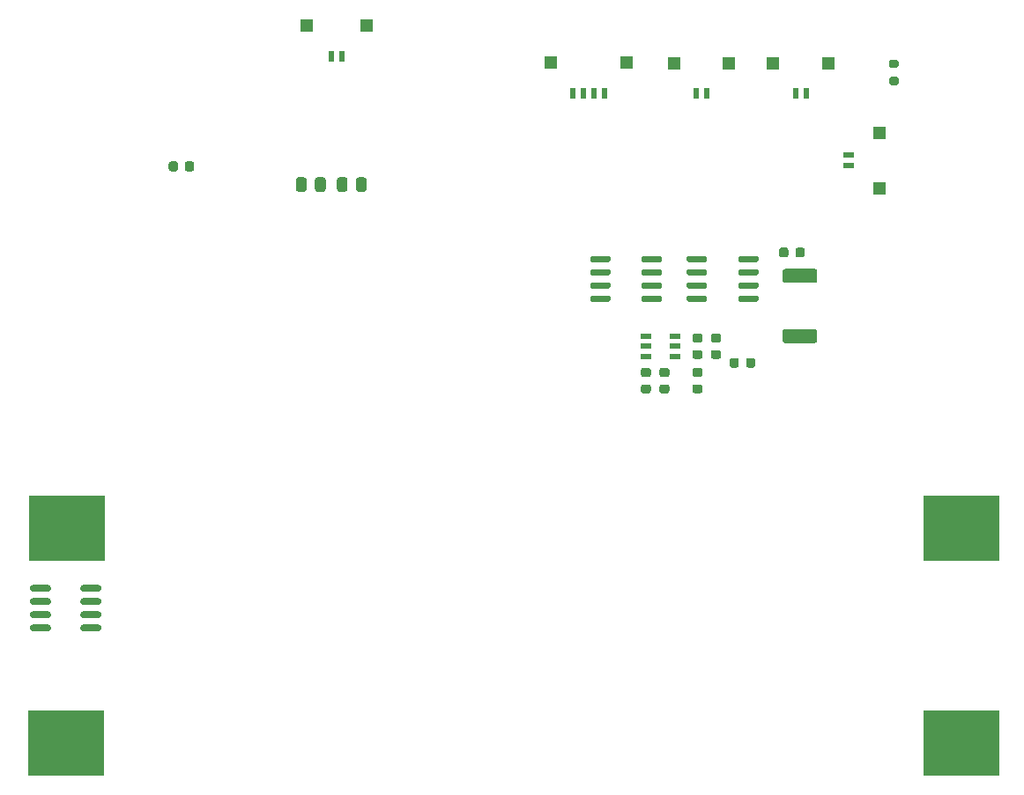
<source format=gtp>
%TF.GenerationSoftware,KiCad,Pcbnew,(5.1.9)-1*%
%TF.CreationDate,2022-01-06T16:33:17-10:00*%
%TF.ProjectId,batteryboard,62617474-6572-4796-926f-6172642e6b69,rev?*%
%TF.SameCoordinates,Original*%
%TF.FileFunction,Paste,Top*%
%TF.FilePolarity,Positive*%
%FSLAX46Y46*%
G04 Gerber Fmt 4.6, Leading zero omitted, Abs format (unit mm)*
G04 Created by KiCad (PCBNEW (5.1.9)-1) date 2022-01-06 16:33:17*
%MOMM*%
%LPD*%
G01*
G04 APERTURE LIST*
%ADD10R,7.340000X6.350000*%
%ADD11R,1.000000X0.600000*%
%ADD12R,1.260000X1.300000*%
%ADD13R,0.550000X1.000000*%
%ADD14R,1.300000X1.260000*%
%ADD15R,1.000000X0.550000*%
G04 APERTURE END LIST*
G36*
G01*
X83022500Y-75686499D02*
X83022500Y-76586501D01*
G75*
G02*
X82772501Y-76836500I-249999J0D01*
G01*
X82247499Y-76836500D01*
G75*
G02*
X81997500Y-76586501I0J249999D01*
G01*
X81997500Y-75686499D01*
G75*
G02*
X82247499Y-75436500I249999J0D01*
G01*
X82772501Y-75436500D01*
G75*
G02*
X83022500Y-75686499I0J-249999D01*
G01*
G37*
G36*
G01*
X81197500Y-75686499D02*
X81197500Y-76586501D01*
G75*
G02*
X80947501Y-76836500I-249999J0D01*
G01*
X80422499Y-76836500D01*
G75*
G02*
X80172500Y-76586501I0J249999D01*
G01*
X80172500Y-75686499D01*
G75*
G02*
X80422499Y-75436500I249999J0D01*
G01*
X80947501Y-75436500D01*
G75*
G02*
X81197500Y-75686499I0J-249999D01*
G01*
G37*
G36*
G01*
X86959500Y-75686499D02*
X86959500Y-76586501D01*
G75*
G02*
X86709501Y-76836500I-249999J0D01*
G01*
X86184499Y-76836500D01*
G75*
G02*
X85934500Y-76586501I0J249999D01*
G01*
X85934500Y-75686499D01*
G75*
G02*
X86184499Y-75436500I249999J0D01*
G01*
X86709501Y-75436500D01*
G75*
G02*
X86959500Y-75686499I0J-249999D01*
G01*
G37*
G36*
G01*
X85134500Y-75686499D02*
X85134500Y-76586501D01*
G75*
G02*
X84884501Y-76836500I-249999J0D01*
G01*
X84359499Y-76836500D01*
G75*
G02*
X84109500Y-76586501I0J249999D01*
G01*
X84109500Y-75686499D01*
G75*
G02*
X84359499Y-75436500I249999J0D01*
G01*
X84884501Y-75436500D01*
G75*
G02*
X85134500Y-75686499I0J-249999D01*
G01*
G37*
D10*
X144142800Y-109194600D03*
X58142800Y-109194600D03*
X58117400Y-129844800D03*
X144117400Y-129844800D03*
G36*
G01*
X127475500Y-82420750D02*
X127475500Y-82933250D01*
G75*
G02*
X127256750Y-83152000I-218750J0D01*
G01*
X126819250Y-83152000D01*
G75*
G02*
X126600500Y-82933250I0J218750D01*
G01*
X126600500Y-82420750D01*
G75*
G02*
X126819250Y-82202000I218750J0D01*
G01*
X127256750Y-82202000D01*
G75*
G02*
X127475500Y-82420750I0J-218750D01*
G01*
G37*
G36*
G01*
X129050500Y-82420750D02*
X129050500Y-82933250D01*
G75*
G02*
X128831750Y-83152000I-218750J0D01*
G01*
X128394250Y-83152000D01*
G75*
G02*
X128175500Y-82933250I0J218750D01*
G01*
X128175500Y-82420750D01*
G75*
G02*
X128394250Y-82202000I218750J0D01*
G01*
X128831750Y-82202000D01*
G75*
G02*
X129050500Y-82420750I0J-218750D01*
G01*
G37*
G36*
G01*
X113535750Y-95346000D02*
X114048250Y-95346000D01*
G75*
G02*
X114267000Y-95564750I0J-218750D01*
G01*
X114267000Y-96002250D01*
G75*
G02*
X114048250Y-96221000I-218750J0D01*
G01*
X113535750Y-96221000D01*
G75*
G02*
X113317000Y-96002250I0J218750D01*
G01*
X113317000Y-95564750D01*
G75*
G02*
X113535750Y-95346000I218750J0D01*
G01*
G37*
G36*
G01*
X113535750Y-93771000D02*
X114048250Y-93771000D01*
G75*
G02*
X114267000Y-93989750I0J-218750D01*
G01*
X114267000Y-94427250D01*
G75*
G02*
X114048250Y-94646000I-218750J0D01*
G01*
X113535750Y-94646000D01*
G75*
G02*
X113317000Y-94427250I0J218750D01*
G01*
X113317000Y-93989750D01*
G75*
G02*
X113535750Y-93771000I218750J0D01*
G01*
G37*
G36*
G01*
X119001250Y-94646000D02*
X118488750Y-94646000D01*
G75*
G02*
X118270000Y-94427250I0J218750D01*
G01*
X118270000Y-93989750D01*
G75*
G02*
X118488750Y-93771000I218750J0D01*
G01*
X119001250Y-93771000D01*
G75*
G02*
X119220000Y-93989750I0J-218750D01*
G01*
X119220000Y-94427250D01*
G75*
G02*
X119001250Y-94646000I-218750J0D01*
G01*
G37*
G36*
G01*
X119001250Y-96221000D02*
X118488750Y-96221000D01*
G75*
G02*
X118270000Y-96002250I0J218750D01*
G01*
X118270000Y-95564750D01*
G75*
G02*
X118488750Y-95346000I218750J0D01*
G01*
X119001250Y-95346000D01*
G75*
G02*
X119220000Y-95564750I0J-218750D01*
G01*
X119220000Y-96002250D01*
G75*
G02*
X119001250Y-96221000I-218750J0D01*
G01*
G37*
G36*
G01*
X122713000Y-93025250D02*
X122713000Y-93537750D01*
G75*
G02*
X122494250Y-93756500I-218750J0D01*
G01*
X122056750Y-93756500D01*
G75*
G02*
X121838000Y-93537750I0J218750D01*
G01*
X121838000Y-93025250D01*
G75*
G02*
X122056750Y-92806500I218750J0D01*
G01*
X122494250Y-92806500D01*
G75*
G02*
X122713000Y-93025250I0J-218750D01*
G01*
G37*
G36*
G01*
X124288000Y-93025250D02*
X124288000Y-93537750D01*
G75*
G02*
X124069250Y-93756500I-218750J0D01*
G01*
X123631750Y-93756500D01*
G75*
G02*
X123413000Y-93537750I0J218750D01*
G01*
X123413000Y-93025250D01*
G75*
G02*
X123631750Y-92806500I218750J0D01*
G01*
X124069250Y-92806500D01*
G75*
G02*
X124288000Y-93025250I0J-218750D01*
G01*
G37*
G36*
G01*
X130012501Y-85595500D02*
X127162499Y-85595500D01*
G75*
G02*
X126912500Y-85345501I0J249999D01*
G01*
X126912500Y-84495499D01*
G75*
G02*
X127162499Y-84245500I249999J0D01*
G01*
X130012501Y-84245500D01*
G75*
G02*
X130262500Y-84495499I0J-249999D01*
G01*
X130262500Y-85345501D01*
G75*
G02*
X130012501Y-85595500I-249999J0D01*
G01*
G37*
G36*
G01*
X130012501Y-91395500D02*
X127162499Y-91395500D01*
G75*
G02*
X126912500Y-91145501I0J249999D01*
G01*
X126912500Y-90295499D01*
G75*
G02*
X127162499Y-90045500I249999J0D01*
G01*
X130012501Y-90045500D01*
G75*
G02*
X130262500Y-90295499I0J-249999D01*
G01*
X130262500Y-91145501D01*
G75*
G02*
X130012501Y-91395500I-249999J0D01*
G01*
G37*
G36*
G01*
X113387000Y-83462000D02*
X113387000Y-83162000D01*
G75*
G02*
X113537000Y-83012000I150000J0D01*
G01*
X115187000Y-83012000D01*
G75*
G02*
X115337000Y-83162000I0J-150000D01*
G01*
X115337000Y-83462000D01*
G75*
G02*
X115187000Y-83612000I-150000J0D01*
G01*
X113537000Y-83612000D01*
G75*
G02*
X113387000Y-83462000I0J150000D01*
G01*
G37*
G36*
G01*
X113387000Y-84732000D02*
X113387000Y-84432000D01*
G75*
G02*
X113537000Y-84282000I150000J0D01*
G01*
X115187000Y-84282000D01*
G75*
G02*
X115337000Y-84432000I0J-150000D01*
G01*
X115337000Y-84732000D01*
G75*
G02*
X115187000Y-84882000I-150000J0D01*
G01*
X113537000Y-84882000D01*
G75*
G02*
X113387000Y-84732000I0J150000D01*
G01*
G37*
G36*
G01*
X113387000Y-86002000D02*
X113387000Y-85702000D01*
G75*
G02*
X113537000Y-85552000I150000J0D01*
G01*
X115187000Y-85552000D01*
G75*
G02*
X115337000Y-85702000I0J-150000D01*
G01*
X115337000Y-86002000D01*
G75*
G02*
X115187000Y-86152000I-150000J0D01*
G01*
X113537000Y-86152000D01*
G75*
G02*
X113387000Y-86002000I0J150000D01*
G01*
G37*
G36*
G01*
X113387000Y-87272000D02*
X113387000Y-86972000D01*
G75*
G02*
X113537000Y-86822000I150000J0D01*
G01*
X115187000Y-86822000D01*
G75*
G02*
X115337000Y-86972000I0J-150000D01*
G01*
X115337000Y-87272000D01*
G75*
G02*
X115187000Y-87422000I-150000J0D01*
G01*
X113537000Y-87422000D01*
G75*
G02*
X113387000Y-87272000I0J150000D01*
G01*
G37*
G36*
G01*
X108437000Y-87272000D02*
X108437000Y-86972000D01*
G75*
G02*
X108587000Y-86822000I150000J0D01*
G01*
X110237000Y-86822000D01*
G75*
G02*
X110387000Y-86972000I0J-150000D01*
G01*
X110387000Y-87272000D01*
G75*
G02*
X110237000Y-87422000I-150000J0D01*
G01*
X108587000Y-87422000D01*
G75*
G02*
X108437000Y-87272000I0J150000D01*
G01*
G37*
G36*
G01*
X108437000Y-86002000D02*
X108437000Y-85702000D01*
G75*
G02*
X108587000Y-85552000I150000J0D01*
G01*
X110237000Y-85552000D01*
G75*
G02*
X110387000Y-85702000I0J-150000D01*
G01*
X110387000Y-86002000D01*
G75*
G02*
X110237000Y-86152000I-150000J0D01*
G01*
X108587000Y-86152000D01*
G75*
G02*
X108437000Y-86002000I0J150000D01*
G01*
G37*
G36*
G01*
X108437000Y-84732000D02*
X108437000Y-84432000D01*
G75*
G02*
X108587000Y-84282000I150000J0D01*
G01*
X110237000Y-84282000D01*
G75*
G02*
X110387000Y-84432000I0J-150000D01*
G01*
X110387000Y-84732000D01*
G75*
G02*
X110237000Y-84882000I-150000J0D01*
G01*
X108587000Y-84882000D01*
G75*
G02*
X108437000Y-84732000I0J150000D01*
G01*
G37*
G36*
G01*
X108437000Y-83462000D02*
X108437000Y-83162000D01*
G75*
G02*
X108587000Y-83012000I150000J0D01*
G01*
X110237000Y-83012000D01*
G75*
G02*
X110387000Y-83162000I0J-150000D01*
G01*
X110387000Y-83462000D01*
G75*
G02*
X110237000Y-83612000I-150000J0D01*
G01*
X108587000Y-83612000D01*
G75*
G02*
X108437000Y-83462000I0J150000D01*
G01*
G37*
G36*
G01*
X119658000Y-86972000D02*
X119658000Y-87272000D01*
G75*
G02*
X119508000Y-87422000I-150000J0D01*
G01*
X117858000Y-87422000D01*
G75*
G02*
X117708000Y-87272000I0J150000D01*
G01*
X117708000Y-86972000D01*
G75*
G02*
X117858000Y-86822000I150000J0D01*
G01*
X119508000Y-86822000D01*
G75*
G02*
X119658000Y-86972000I0J-150000D01*
G01*
G37*
G36*
G01*
X119658000Y-85702000D02*
X119658000Y-86002000D01*
G75*
G02*
X119508000Y-86152000I-150000J0D01*
G01*
X117858000Y-86152000D01*
G75*
G02*
X117708000Y-86002000I0J150000D01*
G01*
X117708000Y-85702000D01*
G75*
G02*
X117858000Y-85552000I150000J0D01*
G01*
X119508000Y-85552000D01*
G75*
G02*
X119658000Y-85702000I0J-150000D01*
G01*
G37*
G36*
G01*
X119658000Y-84432000D02*
X119658000Y-84732000D01*
G75*
G02*
X119508000Y-84882000I-150000J0D01*
G01*
X117858000Y-84882000D01*
G75*
G02*
X117708000Y-84732000I0J150000D01*
G01*
X117708000Y-84432000D01*
G75*
G02*
X117858000Y-84282000I150000J0D01*
G01*
X119508000Y-84282000D01*
G75*
G02*
X119658000Y-84432000I0J-150000D01*
G01*
G37*
G36*
G01*
X119658000Y-83162000D02*
X119658000Y-83462000D01*
G75*
G02*
X119508000Y-83612000I-150000J0D01*
G01*
X117858000Y-83612000D01*
G75*
G02*
X117708000Y-83462000I0J150000D01*
G01*
X117708000Y-83162000D01*
G75*
G02*
X117858000Y-83012000I150000J0D01*
G01*
X119508000Y-83012000D01*
G75*
G02*
X119658000Y-83162000I0J-150000D01*
G01*
G37*
G36*
G01*
X124608000Y-83162000D02*
X124608000Y-83462000D01*
G75*
G02*
X124458000Y-83612000I-150000J0D01*
G01*
X122808000Y-83612000D01*
G75*
G02*
X122658000Y-83462000I0J150000D01*
G01*
X122658000Y-83162000D01*
G75*
G02*
X122808000Y-83012000I150000J0D01*
G01*
X124458000Y-83012000D01*
G75*
G02*
X124608000Y-83162000I0J-150000D01*
G01*
G37*
G36*
G01*
X124608000Y-84432000D02*
X124608000Y-84732000D01*
G75*
G02*
X124458000Y-84882000I-150000J0D01*
G01*
X122808000Y-84882000D01*
G75*
G02*
X122658000Y-84732000I0J150000D01*
G01*
X122658000Y-84432000D01*
G75*
G02*
X122808000Y-84282000I150000J0D01*
G01*
X124458000Y-84282000D01*
G75*
G02*
X124608000Y-84432000I0J-150000D01*
G01*
G37*
G36*
G01*
X124608000Y-85702000D02*
X124608000Y-86002000D01*
G75*
G02*
X124458000Y-86152000I-150000J0D01*
G01*
X122808000Y-86152000D01*
G75*
G02*
X122658000Y-86002000I0J150000D01*
G01*
X122658000Y-85702000D01*
G75*
G02*
X122808000Y-85552000I150000J0D01*
G01*
X124458000Y-85552000D01*
G75*
G02*
X124608000Y-85702000I0J-150000D01*
G01*
G37*
G36*
G01*
X124608000Y-86972000D02*
X124608000Y-87272000D01*
G75*
G02*
X124458000Y-87422000I-150000J0D01*
G01*
X122808000Y-87422000D01*
G75*
G02*
X122658000Y-87272000I0J150000D01*
G01*
X122658000Y-86972000D01*
G75*
G02*
X122808000Y-86822000I150000J0D01*
G01*
X124458000Y-86822000D01*
G75*
G02*
X124608000Y-86972000I0J-150000D01*
G01*
G37*
G36*
G01*
X115313750Y-95346000D02*
X115826250Y-95346000D01*
G75*
G02*
X116045000Y-95564750I0J-218750D01*
G01*
X116045000Y-96002250D01*
G75*
G02*
X115826250Y-96221000I-218750J0D01*
G01*
X115313750Y-96221000D01*
G75*
G02*
X115095000Y-96002250I0J218750D01*
G01*
X115095000Y-95564750D01*
G75*
G02*
X115313750Y-95346000I218750J0D01*
G01*
G37*
G36*
G01*
X115313750Y-93771000D02*
X115826250Y-93771000D01*
G75*
G02*
X116045000Y-93989750I0J-218750D01*
G01*
X116045000Y-94427250D01*
G75*
G02*
X115826250Y-94646000I-218750J0D01*
G01*
X115313750Y-94646000D01*
G75*
G02*
X115095000Y-94427250I0J218750D01*
G01*
X115095000Y-93989750D01*
G75*
G02*
X115313750Y-93771000I218750J0D01*
G01*
G37*
G36*
G01*
X118488750Y-92044000D02*
X119001250Y-92044000D01*
G75*
G02*
X119220000Y-92262750I0J-218750D01*
G01*
X119220000Y-92700250D01*
G75*
G02*
X119001250Y-92919000I-218750J0D01*
G01*
X118488750Y-92919000D01*
G75*
G02*
X118270000Y-92700250I0J218750D01*
G01*
X118270000Y-92262750D01*
G75*
G02*
X118488750Y-92044000I218750J0D01*
G01*
G37*
G36*
G01*
X118488750Y-90469000D02*
X119001250Y-90469000D01*
G75*
G02*
X119220000Y-90687750I0J-218750D01*
G01*
X119220000Y-91125250D01*
G75*
G02*
X119001250Y-91344000I-218750J0D01*
G01*
X118488750Y-91344000D01*
G75*
G02*
X118270000Y-91125250I0J218750D01*
G01*
X118270000Y-90687750D01*
G75*
G02*
X118488750Y-90469000I218750J0D01*
G01*
G37*
G36*
G01*
X120266750Y-92044000D02*
X120779250Y-92044000D01*
G75*
G02*
X120998000Y-92262750I0J-218750D01*
G01*
X120998000Y-92700250D01*
G75*
G02*
X120779250Y-92919000I-218750J0D01*
G01*
X120266750Y-92919000D01*
G75*
G02*
X120048000Y-92700250I0J218750D01*
G01*
X120048000Y-92262750D01*
G75*
G02*
X120266750Y-92044000I218750J0D01*
G01*
G37*
G36*
G01*
X120266750Y-90469000D02*
X120779250Y-90469000D01*
G75*
G02*
X120998000Y-90687750I0J-218750D01*
G01*
X120998000Y-91125250D01*
G75*
G02*
X120779250Y-91344000I-218750J0D01*
G01*
X120266750Y-91344000D01*
G75*
G02*
X120048000Y-91125250I0J218750D01*
G01*
X120048000Y-90687750D01*
G75*
G02*
X120266750Y-90469000I218750J0D01*
G01*
G37*
D11*
X116589000Y-90744000D03*
X116589000Y-91694000D03*
X116589000Y-92644000D03*
X113789000Y-92644000D03*
X113789000Y-91694000D03*
X113789000Y-90744000D03*
D12*
X126020000Y-64450000D03*
D13*
X128170000Y-67380000D03*
D12*
X131320000Y-64450000D03*
D13*
X129170000Y-67380000D03*
X119620000Y-67380000D03*
D12*
X121770000Y-64450000D03*
D13*
X118620000Y-67380000D03*
D12*
X116470000Y-64450000D03*
X111950000Y-64400001D03*
D13*
X109800000Y-67380001D03*
D12*
X104650000Y-64400001D03*
D13*
X108800000Y-67380001D03*
X107800000Y-67380001D03*
X106800000Y-67380001D03*
D14*
X136210000Y-71180000D03*
D15*
X133280000Y-73330000D03*
D14*
X136210000Y-76480000D03*
D15*
X133280000Y-74330000D03*
G36*
G01*
X69491000Y-74637851D02*
X69491000Y-74137851D01*
G75*
G02*
X69716000Y-73912851I225000J0D01*
G01*
X70166000Y-73912851D01*
G75*
G02*
X70391000Y-74137851I0J-225000D01*
G01*
X70391000Y-74637851D01*
G75*
G02*
X70166000Y-74862851I-225000J0D01*
G01*
X69716000Y-74862851D01*
G75*
G02*
X69491000Y-74637851I0J225000D01*
G01*
G37*
G36*
G01*
X67941000Y-74637851D02*
X67941000Y-74137851D01*
G75*
G02*
X68166000Y-73912851I225000J0D01*
G01*
X68616000Y-73912851D01*
G75*
G02*
X68841000Y-74137851I0J-225000D01*
G01*
X68841000Y-74637851D01*
G75*
G02*
X68616000Y-74862851I-225000J0D01*
G01*
X68166000Y-74862851D01*
G75*
G02*
X67941000Y-74637851I0J225000D01*
G01*
G37*
G36*
G01*
X56651001Y-118774001D02*
X56651001Y-118774001D01*
G75*
G02*
X56321001Y-119104001I-330000J0D01*
G01*
X54911001Y-119104001D01*
G75*
G02*
X54581001Y-118774001I0J330000D01*
G01*
X54581001Y-118774001D01*
G75*
G02*
X54911001Y-118444001I330000J0D01*
G01*
X56321001Y-118444001D01*
G75*
G02*
X56651001Y-118774001I0J-330000D01*
G01*
G37*
G36*
G01*
X56651001Y-117504001D02*
X56651001Y-117504001D01*
G75*
G02*
X56321001Y-117834001I-330000J0D01*
G01*
X54911001Y-117834001D01*
G75*
G02*
X54581001Y-117504001I0J330000D01*
G01*
X54581001Y-117504001D01*
G75*
G02*
X54911001Y-117174001I330000J0D01*
G01*
X56321001Y-117174001D01*
G75*
G02*
X56651001Y-117504001I0J-330000D01*
G01*
G37*
G36*
G01*
X56651001Y-116234001D02*
X56651001Y-116234001D01*
G75*
G02*
X56321001Y-116564001I-330000J0D01*
G01*
X54911001Y-116564001D01*
G75*
G02*
X54581001Y-116234001I0J330000D01*
G01*
X54581001Y-116234001D01*
G75*
G02*
X54911001Y-115904001I330000J0D01*
G01*
X56321001Y-115904001D01*
G75*
G02*
X56651001Y-116234001I0J-330000D01*
G01*
G37*
G36*
G01*
X56651001Y-114964001D02*
X56651001Y-114964001D01*
G75*
G02*
X56321001Y-115294001I-330000J0D01*
G01*
X54911001Y-115294001D01*
G75*
G02*
X54581001Y-114964001I0J330000D01*
G01*
X54581001Y-114964001D01*
G75*
G02*
X54911001Y-114634001I330000J0D01*
G01*
X56321001Y-114634001D01*
G75*
G02*
X56651001Y-114964001I0J-330000D01*
G01*
G37*
G36*
G01*
X61501001Y-114964001D02*
X61501001Y-114964001D01*
G75*
G02*
X61171001Y-115294001I-330000J0D01*
G01*
X59761001Y-115294001D01*
G75*
G02*
X59431001Y-114964001I0J330000D01*
G01*
X59431001Y-114964001D01*
G75*
G02*
X59761001Y-114634001I330000J0D01*
G01*
X61171001Y-114634001D01*
G75*
G02*
X61501001Y-114964001I0J-330000D01*
G01*
G37*
G36*
G01*
X61501001Y-116234001D02*
X61501001Y-116234001D01*
G75*
G02*
X61171001Y-116564001I-330000J0D01*
G01*
X59761001Y-116564001D01*
G75*
G02*
X59431001Y-116234001I0J330000D01*
G01*
X59431001Y-116234001D01*
G75*
G02*
X59761001Y-115904001I330000J0D01*
G01*
X61171001Y-115904001D01*
G75*
G02*
X61501001Y-116234001I0J-330000D01*
G01*
G37*
G36*
G01*
X61501001Y-117504001D02*
X61501001Y-117504001D01*
G75*
G02*
X61171001Y-117834001I-330000J0D01*
G01*
X59761001Y-117834001D01*
G75*
G02*
X59431001Y-117504001I0J330000D01*
G01*
X59431001Y-117504001D01*
G75*
G02*
X59761001Y-117174001I330000J0D01*
G01*
X61171001Y-117174001D01*
G75*
G02*
X61501001Y-117504001I0J-330000D01*
G01*
G37*
G36*
G01*
X61501001Y-118774001D02*
X61501001Y-118774001D01*
G75*
G02*
X61171001Y-119104001I-330000J0D01*
G01*
X59761001Y-119104001D01*
G75*
G02*
X59431001Y-118774001I0J330000D01*
G01*
X59431001Y-118774001D01*
G75*
G02*
X59761001Y-118444001I330000J0D01*
G01*
X61171001Y-118444001D01*
G75*
G02*
X61501001Y-118774001I0J-330000D01*
G01*
G37*
D13*
X84574000Y-63796500D03*
D12*
X81199000Y-60806500D03*
D13*
X83574000Y-63796500D03*
D12*
X86949000Y-60806500D03*
G36*
G01*
X137879500Y-66566500D02*
X137329500Y-66566500D01*
G75*
G02*
X137129500Y-66366500I0J200000D01*
G01*
X137129500Y-65966500D01*
G75*
G02*
X137329500Y-65766500I200000J0D01*
G01*
X137879500Y-65766500D01*
G75*
G02*
X138079500Y-65966500I0J-200000D01*
G01*
X138079500Y-66366500D01*
G75*
G02*
X137879500Y-66566500I-200000J0D01*
G01*
G37*
G36*
G01*
X137879500Y-64916500D02*
X137329500Y-64916500D01*
G75*
G02*
X137129500Y-64716500I0J200000D01*
G01*
X137129500Y-64316500D01*
G75*
G02*
X137329500Y-64116500I200000J0D01*
G01*
X137879500Y-64116500D01*
G75*
G02*
X138079500Y-64316500I0J-200000D01*
G01*
X138079500Y-64716500D01*
G75*
G02*
X137879500Y-64916500I-200000J0D01*
G01*
G37*
M02*

</source>
